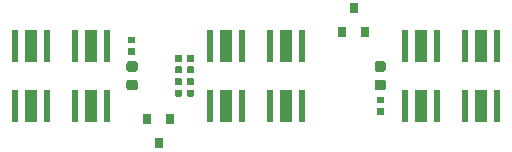
<source format=gbr>
G04 #@! TF.GenerationSoftware,KiCad,Pcbnew,(5.1.4)-1*
G04 #@! TF.CreationDate,2020-10-23T12:02:29-10:00*
G04 #@! TF.ProjectId,SkateLightBackLEDBoard,536b6174-654c-4696-9768-744261636b4c,rev?*
G04 #@! TF.SameCoordinates,Original*
G04 #@! TF.FileFunction,Paste,Top*
G04 #@! TF.FilePolarity,Positive*
%FSLAX46Y46*%
G04 Gerber Fmt 4.6, Leading zero omitted, Abs format (unit mm)*
G04 Created by KiCad (PCBNEW (5.1.4)-1) date 2020-10-23 12:02:29*
%MOMM*%
%LPD*%
G04 APERTURE LIST*
%ADD10R,1.000000X2.700000*%
%ADD11R,0.500000X2.700000*%
%ADD12C,0.100000*%
%ADD13C,0.590000*%
%ADD14R,0.800000X0.900000*%
%ADD15C,0.875000*%
G04 APERTURE END LIST*
D10*
X-13970000Y-2540000D03*
D11*
X-12620000Y-2540000D03*
X-15320000Y-2540000D03*
D10*
X19050000Y2540000D03*
D11*
X20400000Y2540000D03*
X17700000Y2540000D03*
D10*
X-19050000Y2540000D03*
D11*
X-20400000Y2540000D03*
X-17700000Y2540000D03*
D12*
G36*
X10727958Y-2730710D02*
G01*
X10742276Y-2732834D01*
X10756317Y-2736351D01*
X10769946Y-2741228D01*
X10783031Y-2747417D01*
X10795447Y-2754858D01*
X10807073Y-2763481D01*
X10817798Y-2773202D01*
X10827519Y-2783927D01*
X10836142Y-2795553D01*
X10843583Y-2807969D01*
X10849772Y-2821054D01*
X10854649Y-2834683D01*
X10858166Y-2848724D01*
X10860290Y-2863042D01*
X10861000Y-2877500D01*
X10861000Y-3172500D01*
X10860290Y-3186958D01*
X10858166Y-3201276D01*
X10854649Y-3215317D01*
X10849772Y-3228946D01*
X10843583Y-3242031D01*
X10836142Y-3254447D01*
X10827519Y-3266073D01*
X10817798Y-3276798D01*
X10807073Y-3286519D01*
X10795447Y-3295142D01*
X10783031Y-3302583D01*
X10769946Y-3308772D01*
X10756317Y-3313649D01*
X10742276Y-3317166D01*
X10727958Y-3319290D01*
X10713500Y-3320000D01*
X10368500Y-3320000D01*
X10354042Y-3319290D01*
X10339724Y-3317166D01*
X10325683Y-3313649D01*
X10312054Y-3308772D01*
X10298969Y-3302583D01*
X10286553Y-3295142D01*
X10274927Y-3286519D01*
X10264202Y-3276798D01*
X10254481Y-3266073D01*
X10245858Y-3254447D01*
X10238417Y-3242031D01*
X10232228Y-3228946D01*
X10227351Y-3215317D01*
X10223834Y-3201276D01*
X10221710Y-3186958D01*
X10221000Y-3172500D01*
X10221000Y-2877500D01*
X10221710Y-2863042D01*
X10223834Y-2848724D01*
X10227351Y-2834683D01*
X10232228Y-2821054D01*
X10238417Y-2807969D01*
X10245858Y-2795553D01*
X10254481Y-2783927D01*
X10264202Y-2773202D01*
X10274927Y-2763481D01*
X10286553Y-2754858D01*
X10298969Y-2747417D01*
X10312054Y-2741228D01*
X10325683Y-2736351D01*
X10339724Y-2732834D01*
X10354042Y-2730710D01*
X10368500Y-2730000D01*
X10713500Y-2730000D01*
X10727958Y-2730710D01*
X10727958Y-2730710D01*
G37*
D13*
X10541000Y-3025000D03*
D12*
G36*
X10727958Y-1760710D02*
G01*
X10742276Y-1762834D01*
X10756317Y-1766351D01*
X10769946Y-1771228D01*
X10783031Y-1777417D01*
X10795447Y-1784858D01*
X10807073Y-1793481D01*
X10817798Y-1803202D01*
X10827519Y-1813927D01*
X10836142Y-1825553D01*
X10843583Y-1837969D01*
X10849772Y-1851054D01*
X10854649Y-1864683D01*
X10858166Y-1878724D01*
X10860290Y-1893042D01*
X10861000Y-1907500D01*
X10861000Y-2202500D01*
X10860290Y-2216958D01*
X10858166Y-2231276D01*
X10854649Y-2245317D01*
X10849772Y-2258946D01*
X10843583Y-2272031D01*
X10836142Y-2284447D01*
X10827519Y-2296073D01*
X10817798Y-2306798D01*
X10807073Y-2316519D01*
X10795447Y-2325142D01*
X10783031Y-2332583D01*
X10769946Y-2338772D01*
X10756317Y-2343649D01*
X10742276Y-2347166D01*
X10727958Y-2349290D01*
X10713500Y-2350000D01*
X10368500Y-2350000D01*
X10354042Y-2349290D01*
X10339724Y-2347166D01*
X10325683Y-2343649D01*
X10312054Y-2338772D01*
X10298969Y-2332583D01*
X10286553Y-2325142D01*
X10274927Y-2316519D01*
X10264202Y-2306798D01*
X10254481Y-2296073D01*
X10245858Y-2284447D01*
X10238417Y-2272031D01*
X10232228Y-2258946D01*
X10227351Y-2245317D01*
X10223834Y-2231276D01*
X10221710Y-2216958D01*
X10221000Y-2202500D01*
X10221000Y-1907500D01*
X10221710Y-1893042D01*
X10223834Y-1878724D01*
X10227351Y-1864683D01*
X10232228Y-1851054D01*
X10238417Y-1837969D01*
X10245858Y-1825553D01*
X10254481Y-1813927D01*
X10264202Y-1803202D01*
X10274927Y-1793481D01*
X10286553Y-1784858D01*
X10298969Y-1777417D01*
X10312054Y-1771228D01*
X10325683Y-1766351D01*
X10339724Y-1762834D01*
X10354042Y-1760710D01*
X10368500Y-1760000D01*
X10713500Y-1760000D01*
X10727958Y-1760710D01*
X10727958Y-1760710D01*
G37*
D13*
X10541000Y-2055000D03*
D14*
X8255000Y5699000D03*
X9205000Y3699000D03*
X7305000Y3699000D03*
X-8255000Y-5699000D03*
X-9205000Y-3699000D03*
X-7305000Y-3699000D03*
D12*
G36*
X-5373702Y1762850D02*
G01*
X-5359384Y1760726D01*
X-5345343Y1757209D01*
X-5331714Y1752332D01*
X-5318629Y1746143D01*
X-5306213Y1738702D01*
X-5294587Y1730079D01*
X-5283862Y1720358D01*
X-5274141Y1709633D01*
X-5265518Y1698007D01*
X-5258077Y1685591D01*
X-5251888Y1672506D01*
X-5247011Y1658877D01*
X-5243494Y1644836D01*
X-5241370Y1630518D01*
X-5240660Y1616060D01*
X-5240660Y1321060D01*
X-5241370Y1306602D01*
X-5243494Y1292284D01*
X-5247011Y1278243D01*
X-5251888Y1264614D01*
X-5258077Y1251529D01*
X-5265518Y1239113D01*
X-5274141Y1227487D01*
X-5283862Y1216762D01*
X-5294587Y1207041D01*
X-5306213Y1198418D01*
X-5318629Y1190977D01*
X-5331714Y1184788D01*
X-5345343Y1179911D01*
X-5359384Y1176394D01*
X-5373702Y1174270D01*
X-5388160Y1173560D01*
X-5733160Y1173560D01*
X-5747618Y1174270D01*
X-5761936Y1176394D01*
X-5775977Y1179911D01*
X-5789606Y1184788D01*
X-5802691Y1190977D01*
X-5815107Y1198418D01*
X-5826733Y1207041D01*
X-5837458Y1216762D01*
X-5847179Y1227487D01*
X-5855802Y1239113D01*
X-5863243Y1251529D01*
X-5869432Y1264614D01*
X-5874309Y1278243D01*
X-5877826Y1292284D01*
X-5879950Y1306602D01*
X-5880660Y1321060D01*
X-5880660Y1616060D01*
X-5879950Y1630518D01*
X-5877826Y1644836D01*
X-5874309Y1658877D01*
X-5869432Y1672506D01*
X-5863243Y1685591D01*
X-5855802Y1698007D01*
X-5847179Y1709633D01*
X-5837458Y1720358D01*
X-5826733Y1730079D01*
X-5815107Y1738702D01*
X-5802691Y1746143D01*
X-5789606Y1752332D01*
X-5775977Y1757209D01*
X-5761936Y1760726D01*
X-5747618Y1762850D01*
X-5733160Y1763560D01*
X-5388160Y1763560D01*
X-5373702Y1762850D01*
X-5373702Y1762850D01*
G37*
D13*
X-5560660Y1468560D03*
D12*
G36*
X-5373702Y792850D02*
G01*
X-5359384Y790726D01*
X-5345343Y787209D01*
X-5331714Y782332D01*
X-5318629Y776143D01*
X-5306213Y768702D01*
X-5294587Y760079D01*
X-5283862Y750358D01*
X-5274141Y739633D01*
X-5265518Y728007D01*
X-5258077Y715591D01*
X-5251888Y702506D01*
X-5247011Y688877D01*
X-5243494Y674836D01*
X-5241370Y660518D01*
X-5240660Y646060D01*
X-5240660Y351060D01*
X-5241370Y336602D01*
X-5243494Y322284D01*
X-5247011Y308243D01*
X-5251888Y294614D01*
X-5258077Y281529D01*
X-5265518Y269113D01*
X-5274141Y257487D01*
X-5283862Y246762D01*
X-5294587Y237041D01*
X-5306213Y228418D01*
X-5318629Y220977D01*
X-5331714Y214788D01*
X-5345343Y209911D01*
X-5359384Y206394D01*
X-5373702Y204270D01*
X-5388160Y203560D01*
X-5733160Y203560D01*
X-5747618Y204270D01*
X-5761936Y206394D01*
X-5775977Y209911D01*
X-5789606Y214788D01*
X-5802691Y220977D01*
X-5815107Y228418D01*
X-5826733Y237041D01*
X-5837458Y246762D01*
X-5847179Y257487D01*
X-5855802Y269113D01*
X-5863243Y281529D01*
X-5869432Y294614D01*
X-5874309Y308243D01*
X-5877826Y322284D01*
X-5879950Y336602D01*
X-5880660Y351060D01*
X-5880660Y646060D01*
X-5879950Y660518D01*
X-5877826Y674836D01*
X-5874309Y688877D01*
X-5869432Y702506D01*
X-5863243Y715591D01*
X-5855802Y728007D01*
X-5847179Y739633D01*
X-5837458Y750358D01*
X-5826733Y760079D01*
X-5815107Y768702D01*
X-5802691Y776143D01*
X-5789606Y782332D01*
X-5775977Y787209D01*
X-5761936Y790726D01*
X-5747618Y792850D01*
X-5733160Y793560D01*
X-5388160Y793560D01*
X-5373702Y792850D01*
X-5373702Y792850D01*
G37*
D13*
X-5560660Y498560D03*
D12*
G36*
X-6389702Y1762850D02*
G01*
X-6375384Y1760726D01*
X-6361343Y1757209D01*
X-6347714Y1752332D01*
X-6334629Y1746143D01*
X-6322213Y1738702D01*
X-6310587Y1730079D01*
X-6299862Y1720358D01*
X-6290141Y1709633D01*
X-6281518Y1698007D01*
X-6274077Y1685591D01*
X-6267888Y1672506D01*
X-6263011Y1658877D01*
X-6259494Y1644836D01*
X-6257370Y1630518D01*
X-6256660Y1616060D01*
X-6256660Y1321060D01*
X-6257370Y1306602D01*
X-6259494Y1292284D01*
X-6263011Y1278243D01*
X-6267888Y1264614D01*
X-6274077Y1251529D01*
X-6281518Y1239113D01*
X-6290141Y1227487D01*
X-6299862Y1216762D01*
X-6310587Y1207041D01*
X-6322213Y1198418D01*
X-6334629Y1190977D01*
X-6347714Y1184788D01*
X-6361343Y1179911D01*
X-6375384Y1176394D01*
X-6389702Y1174270D01*
X-6404160Y1173560D01*
X-6749160Y1173560D01*
X-6763618Y1174270D01*
X-6777936Y1176394D01*
X-6791977Y1179911D01*
X-6805606Y1184788D01*
X-6818691Y1190977D01*
X-6831107Y1198418D01*
X-6842733Y1207041D01*
X-6853458Y1216762D01*
X-6863179Y1227487D01*
X-6871802Y1239113D01*
X-6879243Y1251529D01*
X-6885432Y1264614D01*
X-6890309Y1278243D01*
X-6893826Y1292284D01*
X-6895950Y1306602D01*
X-6896660Y1321060D01*
X-6896660Y1616060D01*
X-6895950Y1630518D01*
X-6893826Y1644836D01*
X-6890309Y1658877D01*
X-6885432Y1672506D01*
X-6879243Y1685591D01*
X-6871802Y1698007D01*
X-6863179Y1709633D01*
X-6853458Y1720358D01*
X-6842733Y1730079D01*
X-6831107Y1738702D01*
X-6818691Y1746143D01*
X-6805606Y1752332D01*
X-6791977Y1757209D01*
X-6777936Y1760726D01*
X-6763618Y1762850D01*
X-6749160Y1763560D01*
X-6404160Y1763560D01*
X-6389702Y1762850D01*
X-6389702Y1762850D01*
G37*
D13*
X-6576660Y1468560D03*
D12*
G36*
X-6389702Y792850D02*
G01*
X-6375384Y790726D01*
X-6361343Y787209D01*
X-6347714Y782332D01*
X-6334629Y776143D01*
X-6322213Y768702D01*
X-6310587Y760079D01*
X-6299862Y750358D01*
X-6290141Y739633D01*
X-6281518Y728007D01*
X-6274077Y715591D01*
X-6267888Y702506D01*
X-6263011Y688877D01*
X-6259494Y674836D01*
X-6257370Y660518D01*
X-6256660Y646060D01*
X-6256660Y351060D01*
X-6257370Y336602D01*
X-6259494Y322284D01*
X-6263011Y308243D01*
X-6267888Y294614D01*
X-6274077Y281529D01*
X-6281518Y269113D01*
X-6290141Y257487D01*
X-6299862Y246762D01*
X-6310587Y237041D01*
X-6322213Y228418D01*
X-6334629Y220977D01*
X-6347714Y214788D01*
X-6361343Y209911D01*
X-6375384Y206394D01*
X-6389702Y204270D01*
X-6404160Y203560D01*
X-6749160Y203560D01*
X-6763618Y204270D01*
X-6777936Y206394D01*
X-6791977Y209911D01*
X-6805606Y214788D01*
X-6818691Y220977D01*
X-6831107Y228418D01*
X-6842733Y237041D01*
X-6853458Y246762D01*
X-6863179Y257487D01*
X-6871802Y269113D01*
X-6879243Y281529D01*
X-6885432Y294614D01*
X-6890309Y308243D01*
X-6893826Y322284D01*
X-6895950Y336602D01*
X-6896660Y351060D01*
X-6896660Y646060D01*
X-6895950Y660518D01*
X-6893826Y674836D01*
X-6890309Y688877D01*
X-6885432Y702506D01*
X-6879243Y715591D01*
X-6871802Y728007D01*
X-6863179Y739633D01*
X-6853458Y750358D01*
X-6842733Y760079D01*
X-6831107Y768702D01*
X-6818691Y776143D01*
X-6805606Y782332D01*
X-6791977Y787209D01*
X-6777936Y790726D01*
X-6763618Y792850D01*
X-6749160Y793560D01*
X-6404160Y793560D01*
X-6389702Y792850D01*
X-6389702Y792850D01*
G37*
D13*
X-6576660Y498560D03*
D12*
G36*
X-10354042Y3319290D02*
G01*
X-10339724Y3317166D01*
X-10325683Y3313649D01*
X-10312054Y3308772D01*
X-10298969Y3302583D01*
X-10286553Y3295142D01*
X-10274927Y3286519D01*
X-10264202Y3276798D01*
X-10254481Y3266073D01*
X-10245858Y3254447D01*
X-10238417Y3242031D01*
X-10232228Y3228946D01*
X-10227351Y3215317D01*
X-10223834Y3201276D01*
X-10221710Y3186958D01*
X-10221000Y3172500D01*
X-10221000Y2877500D01*
X-10221710Y2863042D01*
X-10223834Y2848724D01*
X-10227351Y2834683D01*
X-10232228Y2821054D01*
X-10238417Y2807969D01*
X-10245858Y2795553D01*
X-10254481Y2783927D01*
X-10264202Y2773202D01*
X-10274927Y2763481D01*
X-10286553Y2754858D01*
X-10298969Y2747417D01*
X-10312054Y2741228D01*
X-10325683Y2736351D01*
X-10339724Y2732834D01*
X-10354042Y2730710D01*
X-10368500Y2730000D01*
X-10713500Y2730000D01*
X-10727958Y2730710D01*
X-10742276Y2732834D01*
X-10756317Y2736351D01*
X-10769946Y2741228D01*
X-10783031Y2747417D01*
X-10795447Y2754858D01*
X-10807073Y2763481D01*
X-10817798Y2773202D01*
X-10827519Y2783927D01*
X-10836142Y2795553D01*
X-10843583Y2807969D01*
X-10849772Y2821054D01*
X-10854649Y2834683D01*
X-10858166Y2848724D01*
X-10860290Y2863042D01*
X-10861000Y2877500D01*
X-10861000Y3172500D01*
X-10860290Y3186958D01*
X-10858166Y3201276D01*
X-10854649Y3215317D01*
X-10849772Y3228946D01*
X-10843583Y3242031D01*
X-10836142Y3254447D01*
X-10827519Y3266073D01*
X-10817798Y3276798D01*
X-10807073Y3286519D01*
X-10795447Y3295142D01*
X-10783031Y3302583D01*
X-10769946Y3308772D01*
X-10756317Y3313649D01*
X-10742276Y3317166D01*
X-10727958Y3319290D01*
X-10713500Y3320000D01*
X-10368500Y3320000D01*
X-10354042Y3319290D01*
X-10354042Y3319290D01*
G37*
D13*
X-10541000Y3025000D03*
D12*
G36*
X-10354042Y2349290D02*
G01*
X-10339724Y2347166D01*
X-10325683Y2343649D01*
X-10312054Y2338772D01*
X-10298969Y2332583D01*
X-10286553Y2325142D01*
X-10274927Y2316519D01*
X-10264202Y2306798D01*
X-10254481Y2296073D01*
X-10245858Y2284447D01*
X-10238417Y2272031D01*
X-10232228Y2258946D01*
X-10227351Y2245317D01*
X-10223834Y2231276D01*
X-10221710Y2216958D01*
X-10221000Y2202500D01*
X-10221000Y1907500D01*
X-10221710Y1893042D01*
X-10223834Y1878724D01*
X-10227351Y1864683D01*
X-10232228Y1851054D01*
X-10238417Y1837969D01*
X-10245858Y1825553D01*
X-10254481Y1813927D01*
X-10264202Y1803202D01*
X-10274927Y1793481D01*
X-10286553Y1784858D01*
X-10298969Y1777417D01*
X-10312054Y1771228D01*
X-10325683Y1766351D01*
X-10339724Y1762834D01*
X-10354042Y1760710D01*
X-10368500Y1760000D01*
X-10713500Y1760000D01*
X-10727958Y1760710D01*
X-10742276Y1762834D01*
X-10756317Y1766351D01*
X-10769946Y1771228D01*
X-10783031Y1777417D01*
X-10795447Y1784858D01*
X-10807073Y1793481D01*
X-10817798Y1803202D01*
X-10827519Y1813927D01*
X-10836142Y1825553D01*
X-10843583Y1837969D01*
X-10849772Y1851054D01*
X-10854649Y1864683D01*
X-10858166Y1878724D01*
X-10860290Y1893042D01*
X-10861000Y1907500D01*
X-10861000Y2202500D01*
X-10860290Y2216958D01*
X-10858166Y2231276D01*
X-10854649Y2245317D01*
X-10849772Y2258946D01*
X-10843583Y2272031D01*
X-10836142Y2284447D01*
X-10827519Y2296073D01*
X-10817798Y2306798D01*
X-10807073Y2316519D01*
X-10795447Y2325142D01*
X-10783031Y2332583D01*
X-10769946Y2338772D01*
X-10756317Y2343649D01*
X-10742276Y2347166D01*
X-10727958Y2349290D01*
X-10713500Y2350000D01*
X-10368500Y2350000D01*
X-10354042Y2349290D01*
X-10354042Y2349290D01*
G37*
D13*
X-10541000Y2055000D03*
D12*
G36*
X-5373702Y-1175650D02*
G01*
X-5359384Y-1177774D01*
X-5345343Y-1181291D01*
X-5331714Y-1186168D01*
X-5318629Y-1192357D01*
X-5306213Y-1199798D01*
X-5294587Y-1208421D01*
X-5283862Y-1218142D01*
X-5274141Y-1228867D01*
X-5265518Y-1240493D01*
X-5258077Y-1252909D01*
X-5251888Y-1265994D01*
X-5247011Y-1279623D01*
X-5243494Y-1293664D01*
X-5241370Y-1307982D01*
X-5240660Y-1322440D01*
X-5240660Y-1617440D01*
X-5241370Y-1631898D01*
X-5243494Y-1646216D01*
X-5247011Y-1660257D01*
X-5251888Y-1673886D01*
X-5258077Y-1686971D01*
X-5265518Y-1699387D01*
X-5274141Y-1711013D01*
X-5283862Y-1721738D01*
X-5294587Y-1731459D01*
X-5306213Y-1740082D01*
X-5318629Y-1747523D01*
X-5331714Y-1753712D01*
X-5345343Y-1758589D01*
X-5359384Y-1762106D01*
X-5373702Y-1764230D01*
X-5388160Y-1764940D01*
X-5733160Y-1764940D01*
X-5747618Y-1764230D01*
X-5761936Y-1762106D01*
X-5775977Y-1758589D01*
X-5789606Y-1753712D01*
X-5802691Y-1747523D01*
X-5815107Y-1740082D01*
X-5826733Y-1731459D01*
X-5837458Y-1721738D01*
X-5847179Y-1711013D01*
X-5855802Y-1699387D01*
X-5863243Y-1686971D01*
X-5869432Y-1673886D01*
X-5874309Y-1660257D01*
X-5877826Y-1646216D01*
X-5879950Y-1631898D01*
X-5880660Y-1617440D01*
X-5880660Y-1322440D01*
X-5879950Y-1307982D01*
X-5877826Y-1293664D01*
X-5874309Y-1279623D01*
X-5869432Y-1265994D01*
X-5863243Y-1252909D01*
X-5855802Y-1240493D01*
X-5847179Y-1228867D01*
X-5837458Y-1218142D01*
X-5826733Y-1208421D01*
X-5815107Y-1199798D01*
X-5802691Y-1192357D01*
X-5789606Y-1186168D01*
X-5775977Y-1181291D01*
X-5761936Y-1177774D01*
X-5747618Y-1175650D01*
X-5733160Y-1174940D01*
X-5388160Y-1174940D01*
X-5373702Y-1175650D01*
X-5373702Y-1175650D01*
G37*
D13*
X-5560660Y-1469940D03*
D12*
G36*
X-5373702Y-205650D02*
G01*
X-5359384Y-207774D01*
X-5345343Y-211291D01*
X-5331714Y-216168D01*
X-5318629Y-222357D01*
X-5306213Y-229798D01*
X-5294587Y-238421D01*
X-5283862Y-248142D01*
X-5274141Y-258867D01*
X-5265518Y-270493D01*
X-5258077Y-282909D01*
X-5251888Y-295994D01*
X-5247011Y-309623D01*
X-5243494Y-323664D01*
X-5241370Y-337982D01*
X-5240660Y-352440D01*
X-5240660Y-647440D01*
X-5241370Y-661898D01*
X-5243494Y-676216D01*
X-5247011Y-690257D01*
X-5251888Y-703886D01*
X-5258077Y-716971D01*
X-5265518Y-729387D01*
X-5274141Y-741013D01*
X-5283862Y-751738D01*
X-5294587Y-761459D01*
X-5306213Y-770082D01*
X-5318629Y-777523D01*
X-5331714Y-783712D01*
X-5345343Y-788589D01*
X-5359384Y-792106D01*
X-5373702Y-794230D01*
X-5388160Y-794940D01*
X-5733160Y-794940D01*
X-5747618Y-794230D01*
X-5761936Y-792106D01*
X-5775977Y-788589D01*
X-5789606Y-783712D01*
X-5802691Y-777523D01*
X-5815107Y-770082D01*
X-5826733Y-761459D01*
X-5837458Y-751738D01*
X-5847179Y-741013D01*
X-5855802Y-729387D01*
X-5863243Y-716971D01*
X-5869432Y-703886D01*
X-5874309Y-690257D01*
X-5877826Y-676216D01*
X-5879950Y-661898D01*
X-5880660Y-647440D01*
X-5880660Y-352440D01*
X-5879950Y-337982D01*
X-5877826Y-323664D01*
X-5874309Y-309623D01*
X-5869432Y-295994D01*
X-5863243Y-282909D01*
X-5855802Y-270493D01*
X-5847179Y-258867D01*
X-5837458Y-248142D01*
X-5826733Y-238421D01*
X-5815107Y-229798D01*
X-5802691Y-222357D01*
X-5789606Y-216168D01*
X-5775977Y-211291D01*
X-5761936Y-207774D01*
X-5747618Y-205650D01*
X-5733160Y-204940D01*
X-5388160Y-204940D01*
X-5373702Y-205650D01*
X-5373702Y-205650D01*
G37*
D13*
X-5560660Y-499940D03*
D12*
G36*
X-6389702Y-1175650D02*
G01*
X-6375384Y-1177774D01*
X-6361343Y-1181291D01*
X-6347714Y-1186168D01*
X-6334629Y-1192357D01*
X-6322213Y-1199798D01*
X-6310587Y-1208421D01*
X-6299862Y-1218142D01*
X-6290141Y-1228867D01*
X-6281518Y-1240493D01*
X-6274077Y-1252909D01*
X-6267888Y-1265994D01*
X-6263011Y-1279623D01*
X-6259494Y-1293664D01*
X-6257370Y-1307982D01*
X-6256660Y-1322440D01*
X-6256660Y-1617440D01*
X-6257370Y-1631898D01*
X-6259494Y-1646216D01*
X-6263011Y-1660257D01*
X-6267888Y-1673886D01*
X-6274077Y-1686971D01*
X-6281518Y-1699387D01*
X-6290141Y-1711013D01*
X-6299862Y-1721738D01*
X-6310587Y-1731459D01*
X-6322213Y-1740082D01*
X-6334629Y-1747523D01*
X-6347714Y-1753712D01*
X-6361343Y-1758589D01*
X-6375384Y-1762106D01*
X-6389702Y-1764230D01*
X-6404160Y-1764940D01*
X-6749160Y-1764940D01*
X-6763618Y-1764230D01*
X-6777936Y-1762106D01*
X-6791977Y-1758589D01*
X-6805606Y-1753712D01*
X-6818691Y-1747523D01*
X-6831107Y-1740082D01*
X-6842733Y-1731459D01*
X-6853458Y-1721738D01*
X-6863179Y-1711013D01*
X-6871802Y-1699387D01*
X-6879243Y-1686971D01*
X-6885432Y-1673886D01*
X-6890309Y-1660257D01*
X-6893826Y-1646216D01*
X-6895950Y-1631898D01*
X-6896660Y-1617440D01*
X-6896660Y-1322440D01*
X-6895950Y-1307982D01*
X-6893826Y-1293664D01*
X-6890309Y-1279623D01*
X-6885432Y-1265994D01*
X-6879243Y-1252909D01*
X-6871802Y-1240493D01*
X-6863179Y-1228867D01*
X-6853458Y-1218142D01*
X-6842733Y-1208421D01*
X-6831107Y-1199798D01*
X-6818691Y-1192357D01*
X-6805606Y-1186168D01*
X-6791977Y-1181291D01*
X-6777936Y-1177774D01*
X-6763618Y-1175650D01*
X-6749160Y-1174940D01*
X-6404160Y-1174940D01*
X-6389702Y-1175650D01*
X-6389702Y-1175650D01*
G37*
D13*
X-6576660Y-1469940D03*
D12*
G36*
X-6389702Y-205650D02*
G01*
X-6375384Y-207774D01*
X-6361343Y-211291D01*
X-6347714Y-216168D01*
X-6334629Y-222357D01*
X-6322213Y-229798D01*
X-6310587Y-238421D01*
X-6299862Y-248142D01*
X-6290141Y-258867D01*
X-6281518Y-270493D01*
X-6274077Y-282909D01*
X-6267888Y-295994D01*
X-6263011Y-309623D01*
X-6259494Y-323664D01*
X-6257370Y-337982D01*
X-6256660Y-352440D01*
X-6256660Y-647440D01*
X-6257370Y-661898D01*
X-6259494Y-676216D01*
X-6263011Y-690257D01*
X-6267888Y-703886D01*
X-6274077Y-716971D01*
X-6281518Y-729387D01*
X-6290141Y-741013D01*
X-6299862Y-751738D01*
X-6310587Y-761459D01*
X-6322213Y-770082D01*
X-6334629Y-777523D01*
X-6347714Y-783712D01*
X-6361343Y-788589D01*
X-6375384Y-792106D01*
X-6389702Y-794230D01*
X-6404160Y-794940D01*
X-6749160Y-794940D01*
X-6763618Y-794230D01*
X-6777936Y-792106D01*
X-6791977Y-788589D01*
X-6805606Y-783712D01*
X-6818691Y-777523D01*
X-6831107Y-770082D01*
X-6842733Y-761459D01*
X-6853458Y-751738D01*
X-6863179Y-741013D01*
X-6871802Y-729387D01*
X-6879243Y-716971D01*
X-6885432Y-703886D01*
X-6890309Y-690257D01*
X-6893826Y-676216D01*
X-6895950Y-661898D01*
X-6896660Y-647440D01*
X-6896660Y-352440D01*
X-6895950Y-337982D01*
X-6893826Y-323664D01*
X-6890309Y-309623D01*
X-6885432Y-295994D01*
X-6879243Y-282909D01*
X-6871802Y-270493D01*
X-6863179Y-258867D01*
X-6853458Y-248142D01*
X-6842733Y-238421D01*
X-6831107Y-229798D01*
X-6818691Y-222357D01*
X-6805606Y-216168D01*
X-6791977Y-211291D01*
X-6777936Y-207774D01*
X-6763618Y-205650D01*
X-6749160Y-204940D01*
X-6404160Y-204940D01*
X-6389702Y-205650D01*
X-6389702Y-205650D01*
G37*
D13*
X-6576660Y-499940D03*
D10*
X-19050000Y-2540000D03*
D11*
X-17700000Y-2540000D03*
X-20400000Y-2540000D03*
D10*
X-13970000Y2540000D03*
D11*
X-15320000Y2540000D03*
X-12620000Y2540000D03*
D10*
X-2540000Y2540000D03*
D11*
X-3890000Y2540000D03*
X-1190000Y2540000D03*
D10*
X2540000Y2540000D03*
D11*
X1190000Y2540000D03*
X3890000Y2540000D03*
D10*
X-2540000Y-2540000D03*
D11*
X-3890000Y-2540000D03*
X-1190000Y-2540000D03*
D10*
X2540000Y-2540000D03*
D11*
X1190000Y-2540000D03*
X3890000Y-2540000D03*
D10*
X13970000Y-2540000D03*
D11*
X12620000Y-2540000D03*
X15320000Y-2540000D03*
D10*
X19050000Y-2540000D03*
D11*
X17700000Y-2540000D03*
X20400000Y-2540000D03*
D10*
X13970000Y2540000D03*
D11*
X15320000Y2540000D03*
X12620000Y2540000D03*
D12*
G36*
X-10222309Y-351053D02*
G01*
X-10201074Y-354203D01*
X-10180250Y-359419D01*
X-10160038Y-366651D01*
X-10140632Y-375830D01*
X-10122219Y-386866D01*
X-10104976Y-399654D01*
X-10089070Y-414070D01*
X-10074654Y-429976D01*
X-10061866Y-447219D01*
X-10050830Y-465632D01*
X-10041651Y-485038D01*
X-10034419Y-505250D01*
X-10029203Y-526074D01*
X-10026053Y-547309D01*
X-10025000Y-568750D01*
X-10025000Y-1006250D01*
X-10026053Y-1027691D01*
X-10029203Y-1048926D01*
X-10034419Y-1069750D01*
X-10041651Y-1089962D01*
X-10050830Y-1109368D01*
X-10061866Y-1127781D01*
X-10074654Y-1145024D01*
X-10089070Y-1160930D01*
X-10104976Y-1175346D01*
X-10122219Y-1188134D01*
X-10140632Y-1199170D01*
X-10160038Y-1208349D01*
X-10180250Y-1215581D01*
X-10201074Y-1220797D01*
X-10222309Y-1223947D01*
X-10243750Y-1225000D01*
X-10756250Y-1225000D01*
X-10777691Y-1223947D01*
X-10798926Y-1220797D01*
X-10819750Y-1215581D01*
X-10839962Y-1208349D01*
X-10859368Y-1199170D01*
X-10877781Y-1188134D01*
X-10895024Y-1175346D01*
X-10910930Y-1160930D01*
X-10925346Y-1145024D01*
X-10938134Y-1127781D01*
X-10949170Y-1109368D01*
X-10958349Y-1089962D01*
X-10965581Y-1069750D01*
X-10970797Y-1048926D01*
X-10973947Y-1027691D01*
X-10975000Y-1006250D01*
X-10975000Y-568750D01*
X-10973947Y-547309D01*
X-10970797Y-526074D01*
X-10965581Y-505250D01*
X-10958349Y-485038D01*
X-10949170Y-465632D01*
X-10938134Y-447219D01*
X-10925346Y-429976D01*
X-10910930Y-414070D01*
X-10895024Y-399654D01*
X-10877781Y-386866D01*
X-10859368Y-375830D01*
X-10839962Y-366651D01*
X-10819750Y-359419D01*
X-10798926Y-354203D01*
X-10777691Y-351053D01*
X-10756250Y-350000D01*
X-10243750Y-350000D01*
X-10222309Y-351053D01*
X-10222309Y-351053D01*
G37*
D15*
X-10500000Y-787500D03*
D12*
G36*
X-10222309Y1223947D02*
G01*
X-10201074Y1220797D01*
X-10180250Y1215581D01*
X-10160038Y1208349D01*
X-10140632Y1199170D01*
X-10122219Y1188134D01*
X-10104976Y1175346D01*
X-10089070Y1160930D01*
X-10074654Y1145024D01*
X-10061866Y1127781D01*
X-10050830Y1109368D01*
X-10041651Y1089962D01*
X-10034419Y1069750D01*
X-10029203Y1048926D01*
X-10026053Y1027691D01*
X-10025000Y1006250D01*
X-10025000Y568750D01*
X-10026053Y547309D01*
X-10029203Y526074D01*
X-10034419Y505250D01*
X-10041651Y485038D01*
X-10050830Y465632D01*
X-10061866Y447219D01*
X-10074654Y429976D01*
X-10089070Y414070D01*
X-10104976Y399654D01*
X-10122219Y386866D01*
X-10140632Y375830D01*
X-10160038Y366651D01*
X-10180250Y359419D01*
X-10201074Y354203D01*
X-10222309Y351053D01*
X-10243750Y350000D01*
X-10756250Y350000D01*
X-10777691Y351053D01*
X-10798926Y354203D01*
X-10819750Y359419D01*
X-10839962Y366651D01*
X-10859368Y375830D01*
X-10877781Y386866D01*
X-10895024Y399654D01*
X-10910930Y414070D01*
X-10925346Y429976D01*
X-10938134Y447219D01*
X-10949170Y465632D01*
X-10958349Y485038D01*
X-10965581Y505250D01*
X-10970797Y526074D01*
X-10973947Y547309D01*
X-10975000Y568750D01*
X-10975000Y1006250D01*
X-10973947Y1027691D01*
X-10970797Y1048926D01*
X-10965581Y1069750D01*
X-10958349Y1089962D01*
X-10949170Y1109368D01*
X-10938134Y1127781D01*
X-10925346Y1145024D01*
X-10910930Y1160930D01*
X-10895024Y1175346D01*
X-10877781Y1188134D01*
X-10859368Y1199170D01*
X-10839962Y1208349D01*
X-10819750Y1215581D01*
X-10798926Y1220797D01*
X-10777691Y1223947D01*
X-10756250Y1225000D01*
X-10243750Y1225000D01*
X-10222309Y1223947D01*
X-10222309Y1223947D01*
G37*
D15*
X-10500000Y787500D03*
D12*
G36*
X10777691Y1223947D02*
G01*
X10798926Y1220797D01*
X10819750Y1215581D01*
X10839962Y1208349D01*
X10859368Y1199170D01*
X10877781Y1188134D01*
X10895024Y1175346D01*
X10910930Y1160930D01*
X10925346Y1145024D01*
X10938134Y1127781D01*
X10949170Y1109368D01*
X10958349Y1089962D01*
X10965581Y1069750D01*
X10970797Y1048926D01*
X10973947Y1027691D01*
X10975000Y1006250D01*
X10975000Y568750D01*
X10973947Y547309D01*
X10970797Y526074D01*
X10965581Y505250D01*
X10958349Y485038D01*
X10949170Y465632D01*
X10938134Y447219D01*
X10925346Y429976D01*
X10910930Y414070D01*
X10895024Y399654D01*
X10877781Y386866D01*
X10859368Y375830D01*
X10839962Y366651D01*
X10819750Y359419D01*
X10798926Y354203D01*
X10777691Y351053D01*
X10756250Y350000D01*
X10243750Y350000D01*
X10222309Y351053D01*
X10201074Y354203D01*
X10180250Y359419D01*
X10160038Y366651D01*
X10140632Y375830D01*
X10122219Y386866D01*
X10104976Y399654D01*
X10089070Y414070D01*
X10074654Y429976D01*
X10061866Y447219D01*
X10050830Y465632D01*
X10041651Y485038D01*
X10034419Y505250D01*
X10029203Y526074D01*
X10026053Y547309D01*
X10025000Y568750D01*
X10025000Y1006250D01*
X10026053Y1027691D01*
X10029203Y1048926D01*
X10034419Y1069750D01*
X10041651Y1089962D01*
X10050830Y1109368D01*
X10061866Y1127781D01*
X10074654Y1145024D01*
X10089070Y1160930D01*
X10104976Y1175346D01*
X10122219Y1188134D01*
X10140632Y1199170D01*
X10160038Y1208349D01*
X10180250Y1215581D01*
X10201074Y1220797D01*
X10222309Y1223947D01*
X10243750Y1225000D01*
X10756250Y1225000D01*
X10777691Y1223947D01*
X10777691Y1223947D01*
G37*
D15*
X10500000Y787500D03*
D12*
G36*
X10777691Y-351053D02*
G01*
X10798926Y-354203D01*
X10819750Y-359419D01*
X10839962Y-366651D01*
X10859368Y-375830D01*
X10877781Y-386866D01*
X10895024Y-399654D01*
X10910930Y-414070D01*
X10925346Y-429976D01*
X10938134Y-447219D01*
X10949170Y-465632D01*
X10958349Y-485038D01*
X10965581Y-505250D01*
X10970797Y-526074D01*
X10973947Y-547309D01*
X10975000Y-568750D01*
X10975000Y-1006250D01*
X10973947Y-1027691D01*
X10970797Y-1048926D01*
X10965581Y-1069750D01*
X10958349Y-1089962D01*
X10949170Y-1109368D01*
X10938134Y-1127781D01*
X10925346Y-1145024D01*
X10910930Y-1160930D01*
X10895024Y-1175346D01*
X10877781Y-1188134D01*
X10859368Y-1199170D01*
X10839962Y-1208349D01*
X10819750Y-1215581D01*
X10798926Y-1220797D01*
X10777691Y-1223947D01*
X10756250Y-1225000D01*
X10243750Y-1225000D01*
X10222309Y-1223947D01*
X10201074Y-1220797D01*
X10180250Y-1215581D01*
X10160038Y-1208349D01*
X10140632Y-1199170D01*
X10122219Y-1188134D01*
X10104976Y-1175346D01*
X10089070Y-1160930D01*
X10074654Y-1145024D01*
X10061866Y-1127781D01*
X10050830Y-1109368D01*
X10041651Y-1089962D01*
X10034419Y-1069750D01*
X10029203Y-1048926D01*
X10026053Y-1027691D01*
X10025000Y-1006250D01*
X10025000Y-568750D01*
X10026053Y-547309D01*
X10029203Y-526074D01*
X10034419Y-505250D01*
X10041651Y-485038D01*
X10050830Y-465632D01*
X10061866Y-447219D01*
X10074654Y-429976D01*
X10089070Y-414070D01*
X10104976Y-399654D01*
X10122219Y-386866D01*
X10140632Y-375830D01*
X10160038Y-366651D01*
X10180250Y-359419D01*
X10201074Y-354203D01*
X10222309Y-351053D01*
X10243750Y-350000D01*
X10756250Y-350000D01*
X10777691Y-351053D01*
X10777691Y-351053D01*
G37*
D15*
X10500000Y-787500D03*
M02*

</source>
